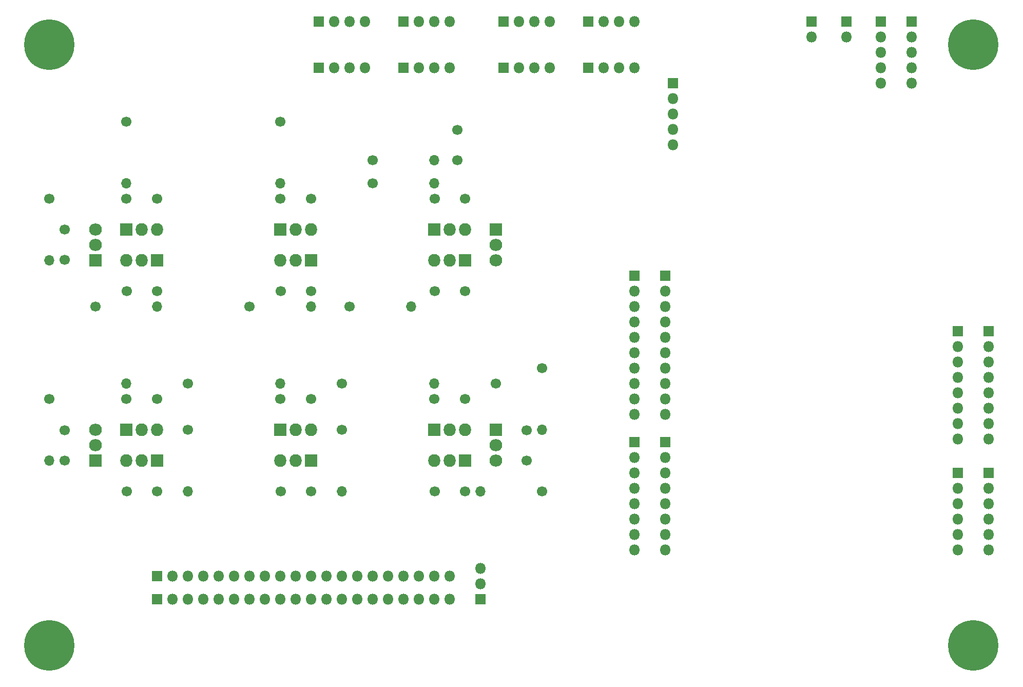
<source format=gbr>
%TF.GenerationSoftware,KiCad,Pcbnew,(5.1.6)-1*%
%TF.CreationDate,2020-09-23T00:55:53+02:00*%
%TF.ProjectId,ExtendedBoard,45787465-6e64-4656-9442-6f6172642e6b,rev?*%
%TF.SameCoordinates,Original*%
%TF.FileFunction,Soldermask,Bot*%
%TF.FilePolarity,Negative*%
%FSLAX46Y46*%
G04 Gerber Fmt 4.6, Leading zero omitted, Abs format (unit mm)*
G04 Created by KiCad (PCBNEW (5.1.6)-1) date 2020-09-23 00:55:53*
%MOMM*%
%LPD*%
G01*
G04 APERTURE LIST*
%ADD10C,8.300000*%
%ADD11O,2.100000X2.005000*%
%ADD12R,2.100000X2.005000*%
%ADD13O,1.700000X1.700000*%
%ADD14C,1.700000*%
%ADD15O,1.800000X1.800000*%
%ADD16R,1.800000X1.800000*%
%ADD17R,2.005000X2.100000*%
%ADD18O,2.005000X2.100000*%
G04 APERTURE END LIST*
D10*
%TO.C,DH4*%
X251460000Y-154940000D03*
%TD*%
%TO.C,DH3*%
X99060000Y-154940000D03*
%TD*%
%TO.C,DH1*%
X99060000Y-55880000D03*
%TD*%
%TO.C,DH2*%
X251460000Y-55880000D03*
%TD*%
D11*
%TO.C,Q5*%
X172720000Y-91440000D03*
X172720000Y-88900000D03*
D12*
X172720000Y-86360000D03*
%TD*%
D13*
%TO.C,R4*%
X162560000Y-78740000D03*
D14*
X152400000Y-78740000D03*
%TD*%
D13*
%TO.C,R6*%
X158750000Y-99060000D03*
D14*
X148590000Y-99060000D03*
%TD*%
%TO.C,C1*%
X101600000Y-91360000D03*
X101600000Y-86360000D03*
%TD*%
%TO.C,C2*%
X116760000Y-81280000D03*
X111760000Y-81280000D03*
%TD*%
%TO.C,C3*%
X142160000Y-81280000D03*
X137160000Y-81280000D03*
%TD*%
%TO.C,C4*%
X162640000Y-81280000D03*
X167640000Y-81280000D03*
%TD*%
%TO.C,C5*%
X166370000Y-74930000D03*
X166370000Y-69930000D03*
%TD*%
%TO.C,C6*%
X167640000Y-96520000D03*
X162640000Y-96520000D03*
%TD*%
%TO.C,C7*%
X137240000Y-96520000D03*
X142240000Y-96520000D03*
%TD*%
%TO.C,C8*%
X111840000Y-96520000D03*
X116840000Y-96520000D03*
%TD*%
%TO.C,C9*%
X101600000Y-119460000D03*
X101600000Y-124460000D03*
%TD*%
%TO.C,C10*%
X111760000Y-114300000D03*
X116760000Y-114300000D03*
%TD*%
%TO.C,C11*%
X116840000Y-129540000D03*
X111840000Y-129540000D03*
%TD*%
%TO.C,C12*%
X142160000Y-114300000D03*
X137160000Y-114300000D03*
%TD*%
%TO.C,C13*%
X137240000Y-129540000D03*
X142240000Y-129540000D03*
%TD*%
%TO.C,C14*%
X167560000Y-114300000D03*
X162560000Y-114300000D03*
%TD*%
%TO.C,C15*%
X177800000Y-119460000D03*
X177800000Y-124460000D03*
%TD*%
%TO.C,C16*%
X167640000Y-129540000D03*
X162640000Y-129540000D03*
%TD*%
D15*
%TO.C,J1*%
X254000000Y-120904000D03*
X254000000Y-118364000D03*
X254000000Y-115824000D03*
X254000000Y-113284000D03*
X254000000Y-110744000D03*
X254000000Y-108204000D03*
X254000000Y-105664000D03*
D16*
X254000000Y-103124000D03*
%TD*%
D15*
%TO.C,J2*%
X254000000Y-139192000D03*
X254000000Y-136652000D03*
X254000000Y-134112000D03*
X254000000Y-131572000D03*
X254000000Y-129032000D03*
D16*
X254000000Y-126492000D03*
%TD*%
%TO.C,J3*%
X248920000Y-103124000D03*
D15*
X248920000Y-105664000D03*
X248920000Y-108204000D03*
X248920000Y-110744000D03*
X248920000Y-113284000D03*
X248920000Y-115824000D03*
X248920000Y-118364000D03*
X248920000Y-120904000D03*
%TD*%
D16*
%TO.C,J4*%
X248920000Y-126492000D03*
D15*
X248920000Y-129032000D03*
X248920000Y-131572000D03*
X248920000Y-134112000D03*
X248920000Y-136652000D03*
X248920000Y-139192000D03*
%TD*%
%TO.C,J5*%
X200660000Y-116840000D03*
X200660000Y-114300000D03*
X200660000Y-111760000D03*
X200660000Y-109220000D03*
X200660000Y-106680000D03*
X200660000Y-104140000D03*
X200660000Y-101600000D03*
X200660000Y-99060000D03*
X200660000Y-96520000D03*
D16*
X200660000Y-93980000D03*
%TD*%
D15*
%TO.C,J6*%
X195580000Y-139192000D03*
X195580000Y-136652000D03*
X195580000Y-134112000D03*
X195580000Y-131572000D03*
X195580000Y-129032000D03*
X195580000Y-126492000D03*
X195580000Y-123952000D03*
D16*
X195580000Y-121412000D03*
%TD*%
%TO.C,J7*%
X195580000Y-93980000D03*
D15*
X195580000Y-96520000D03*
X195580000Y-99060000D03*
X195580000Y-101600000D03*
X195580000Y-104140000D03*
X195580000Y-106680000D03*
X195580000Y-109220000D03*
X195580000Y-111760000D03*
X195580000Y-114300000D03*
X195580000Y-116840000D03*
%TD*%
D16*
%TO.C,J8*%
X200660000Y-121412000D03*
D15*
X200660000Y-123952000D03*
X200660000Y-126492000D03*
X200660000Y-129032000D03*
X200660000Y-131572000D03*
X200660000Y-134112000D03*
X200660000Y-136652000D03*
X200660000Y-139192000D03*
%TD*%
D16*
%TO.C,J9*%
X201930000Y-62230000D03*
D15*
X201930000Y-64770000D03*
X201930000Y-67310000D03*
X201930000Y-69850000D03*
X201930000Y-72390000D03*
%TD*%
D16*
%TO.C,J10*%
X116840000Y-147320000D03*
D15*
X119380000Y-147320000D03*
X121920000Y-147320000D03*
X124460000Y-147320000D03*
X127000000Y-147320000D03*
X129540000Y-147320000D03*
X132080000Y-147320000D03*
X134620000Y-147320000D03*
X137160000Y-147320000D03*
X139700000Y-147320000D03*
X142240000Y-147320000D03*
X144780000Y-147320000D03*
X147320000Y-147320000D03*
X149860000Y-147320000D03*
X152400000Y-147320000D03*
X154940000Y-147320000D03*
X157480000Y-147320000D03*
X160020000Y-147320000D03*
X162560000Y-147320000D03*
X165100000Y-147320000D03*
%TD*%
D16*
%TO.C,J11*%
X170180000Y-147320000D03*
D15*
X170180000Y-144780000D03*
X170180000Y-142240000D03*
%TD*%
%TO.C,J12*%
X151130000Y-52070000D03*
X148590000Y-52070000D03*
X146050000Y-52070000D03*
D16*
X143510000Y-52070000D03*
%TD*%
%TO.C,J13*%
X157480000Y-52070000D03*
D15*
X160020000Y-52070000D03*
X162560000Y-52070000D03*
X165100000Y-52070000D03*
%TD*%
%TO.C,J14*%
X181610000Y-52070000D03*
X179070000Y-52070000D03*
X176530000Y-52070000D03*
D16*
X173990000Y-52070000D03*
%TD*%
%TO.C,J15*%
X187960000Y-52070000D03*
D15*
X190500000Y-52070000D03*
X193040000Y-52070000D03*
X195580000Y-52070000D03*
%TD*%
%TO.C,J16*%
X165100000Y-143510000D03*
X162560000Y-143510000D03*
X160020000Y-143510000D03*
X157480000Y-143510000D03*
X154940000Y-143510000D03*
X152400000Y-143510000D03*
X149860000Y-143510000D03*
X147320000Y-143510000D03*
X144780000Y-143510000D03*
X142240000Y-143510000D03*
X139700000Y-143510000D03*
X137160000Y-143510000D03*
X134620000Y-143510000D03*
X132080000Y-143510000D03*
X129540000Y-143510000D03*
X127000000Y-143510000D03*
X124460000Y-143510000D03*
X121920000Y-143510000D03*
X119380000Y-143510000D03*
D16*
X116840000Y-143510000D03*
%TD*%
%TO.C,J17*%
X143510000Y-59690000D03*
D15*
X146050000Y-59690000D03*
X148590000Y-59690000D03*
X151130000Y-59690000D03*
%TD*%
%TO.C,J18*%
X165100000Y-59690000D03*
X162560000Y-59690000D03*
X160020000Y-59690000D03*
D16*
X157480000Y-59690000D03*
%TD*%
D15*
%TO.C,J19*%
X181610000Y-59690000D03*
X179070000Y-59690000D03*
X176530000Y-59690000D03*
D16*
X173990000Y-59690000D03*
%TD*%
%TO.C,J20*%
X187960000Y-59690000D03*
D15*
X190500000Y-59690000D03*
X193040000Y-59690000D03*
X195580000Y-59690000D03*
%TD*%
D12*
%TO.C,Q1*%
X106680000Y-91440000D03*
D11*
X106680000Y-88900000D03*
X106680000Y-86360000D03*
%TD*%
D17*
%TO.C,Q2*%
X111760000Y-86360000D03*
D18*
X114300000Y-86360000D03*
X116840000Y-86360000D03*
%TD*%
%TO.C,Q3*%
X142240000Y-86360000D03*
X139700000Y-86360000D03*
D17*
X137160000Y-86360000D03*
%TD*%
D18*
%TO.C,Q4*%
X167640000Y-86360000D03*
X165100000Y-86360000D03*
D17*
X162560000Y-86360000D03*
%TD*%
%TO.C,Q6*%
X167640000Y-91440000D03*
D18*
X165100000Y-91440000D03*
X162560000Y-91440000D03*
%TD*%
D17*
%TO.C,Q7*%
X142240000Y-91440000D03*
D18*
X139700000Y-91440000D03*
X137160000Y-91440000D03*
%TD*%
%TO.C,Q8*%
X111760000Y-91440000D03*
X114300000Y-91440000D03*
D17*
X116840000Y-91440000D03*
%TD*%
D11*
%TO.C,Q9*%
X106680000Y-119380000D03*
X106680000Y-121920000D03*
D12*
X106680000Y-124460000D03*
%TD*%
D18*
%TO.C,Q10*%
X116840000Y-119380000D03*
X114300000Y-119380000D03*
D17*
X111760000Y-119380000D03*
%TD*%
%TO.C,Q11*%
X116840000Y-124460000D03*
D18*
X114300000Y-124460000D03*
X111760000Y-124460000D03*
%TD*%
%TO.C,Q12*%
X142240000Y-119380000D03*
X139700000Y-119380000D03*
D17*
X137160000Y-119380000D03*
%TD*%
%TO.C,Q13*%
X142240000Y-124460000D03*
D18*
X139700000Y-124460000D03*
X137160000Y-124460000D03*
%TD*%
D17*
%TO.C,Q14*%
X162560000Y-119380000D03*
D18*
X165100000Y-119380000D03*
X167640000Y-119380000D03*
%TD*%
D12*
%TO.C,Q15*%
X172720000Y-119380000D03*
D11*
X172720000Y-121920000D03*
X172720000Y-124460000D03*
%TD*%
D18*
%TO.C,Q16*%
X162560000Y-124460000D03*
X165100000Y-124460000D03*
D17*
X167640000Y-124460000D03*
%TD*%
D14*
%TO.C,R1*%
X99060000Y-81280000D03*
D13*
X99060000Y-91440000D03*
%TD*%
%TO.C,R2*%
X111760000Y-78740000D03*
D14*
X111760000Y-68580000D03*
%TD*%
%TO.C,R3*%
X137160000Y-68580000D03*
D13*
X137160000Y-78740000D03*
%TD*%
D14*
%TO.C,R5*%
X152400000Y-74930000D03*
D13*
X162560000Y-74930000D03*
%TD*%
D14*
%TO.C,R7*%
X132080000Y-99060000D03*
D13*
X142240000Y-99060000D03*
%TD*%
%TO.C,R8*%
X116840000Y-99060000D03*
D14*
X106680000Y-99060000D03*
%TD*%
D13*
%TO.C,R9*%
X99060000Y-124460000D03*
D14*
X99060000Y-114300000D03*
%TD*%
D13*
%TO.C,R10*%
X111760000Y-111760000D03*
D14*
X121920000Y-111760000D03*
%TD*%
%TO.C,R11*%
X121920000Y-119380000D03*
D13*
X121920000Y-129540000D03*
%TD*%
%TO.C,R12*%
X137160000Y-111760000D03*
D14*
X147320000Y-111760000D03*
%TD*%
%TO.C,R13*%
X147320000Y-119380000D03*
D13*
X147320000Y-129540000D03*
%TD*%
D14*
%TO.C,R14*%
X172720000Y-111760000D03*
D13*
X162560000Y-111760000D03*
%TD*%
D14*
%TO.C,R15*%
X180340000Y-109220000D03*
D13*
X180340000Y-119380000D03*
%TD*%
%TO.C,R16*%
X170180000Y-129540000D03*
D14*
X180340000Y-129540000D03*
%TD*%
D16*
%TO.C,J21*%
X236220000Y-52070000D03*
D15*
X236220000Y-54610000D03*
X236220000Y-57150000D03*
X236220000Y-59690000D03*
X236220000Y-62230000D03*
%TD*%
%TO.C,J22*%
X230505000Y-54610000D03*
D16*
X230505000Y-52070000D03*
%TD*%
D15*
%TO.C,J23*%
X241300000Y-62230000D03*
X241300000Y-59690000D03*
X241300000Y-57150000D03*
X241300000Y-54610000D03*
D16*
X241300000Y-52070000D03*
%TD*%
%TO.C,J24*%
X224790000Y-52070000D03*
D15*
X224790000Y-54610000D03*
%TD*%
M02*

</source>
